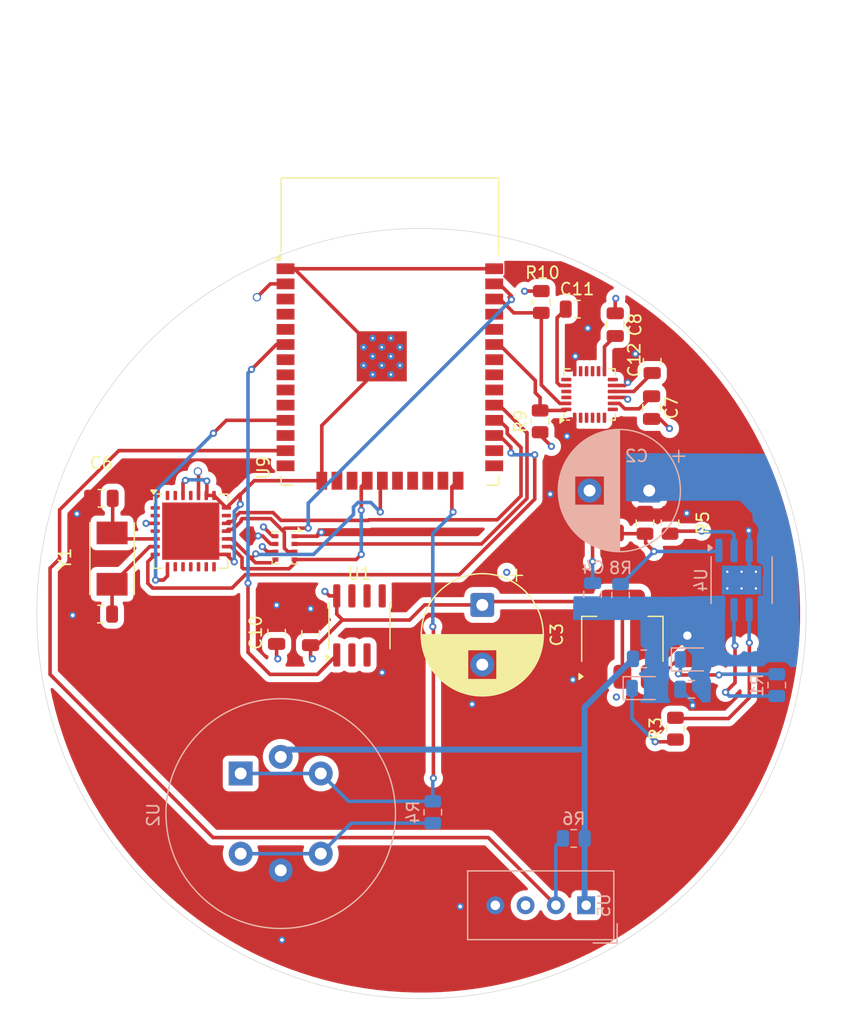
<source format=kicad_pcb>
(kicad_pcb (version 20241229) (generator "pcbnew") (generator_version "9.0")
  (layers (0 "F.Cu" signal) (4 "In1.Cu" signal) (6 "In2.Cu" signal) (2 "B.Cu" signal) (13 "F.Paste" user) (15 "B.Paste" user) (5 "F.SilkS" user "F.Silkscreen") (7 "B.SilkS" user "B.Silkscreen") (1 "F.Mask" user) (3 "B.Mask" user) (25 "Edge.Cuts" user))
  (net 0 "")
  (net 1 "GND")
  (net 2 "BAT+")
  (net 3 "+3.3V")
  (net 4 "Net-(BT1--)")
  (net 5 "Net-(U8-XTA)")
  (net 6 "Net-(U7-VLOGIC)")
  (net 7 "Net-(U7-VDD)")
  (net 8 "Net-(U8-XTB)")
  (net 9 "Net-(U7-CPOUT)")
  (net 10 "Net-(U7-REGOUT)")
  (net 11 "Net-(D1-K)")
  (net 12 "Net-(D2-K)")
  (net 13 "Net-(U4-~{CHRG})")
  (net 14 "+5V")
  (net 15 "Net-(U4-~{STDBY})")
  (net 16 "MQ6_OUT")
  (net 17 "Net-(U2-A1)")
  (net 18 "Net-(U4-PROG)")
  (net 19 "DHT_OUT")
  (net 20 "Net-(U4-TEMP)")
  (net 21 "SDA")
  (net 22 "SCL")
  (net 24 "LM35")
  (net 30 "CSB")
  (net 31 "SDI")
  (net 32 "SCK")
  (net 33 "SDO")
  (net 48 "Net-(U8-GND-Pad15)")
  (net 55 "Net-(U8-NSS)")
  (net 57 "Net-(U8-~{RESET})")
  (net 63 "Net-(U8-DIO0)")
  (net 70 "unconnected-(U9-TXD0{slash}IO1-Pad35)")
  (net 72 "unconnected-(U9-IO27-Pad12)")
  (net 83 "unconnected-(U9-IO12-Pad14)")
  (footprint "RF_Module:ESP32-WROOM-32" (layer "F.Cu") (at 146.15 61.215)
    (property "Reference" "U9")
    (property "Value" "ESP32-WROOM-32")
  )
  (footprint "Capacitor_SMD:C_0805_2012Metric" (layer "F.Cu") (at 121.9 81.9 180)
    (property "Reference" "C9" (hide yes))
    (property "Value" "10u")
  )
  (footprint "Capacitor_SMD:C_0805_2012Metric" (layer "F.Cu") (at 136.65 83.45 90)
    (property "Reference" "C10")
    (property "Value" "100nF")
  )
  (footprint "Sensor_Motion:InvenSense_QFN-24_4x4mm_P0.5mm" (layer "F.Cu") (at 162.9 63.5 90)
    (property "Reference" "U7" (hide yes))
    (property "Value" "MPU-6050")
  )
  (footprint "Capacitor_SMD:C_0805_2012Metric" (layer "F.Cu") (at 168.15 60.75 90)
    (property "Reference" "C12")
    (property "Value" ".1uF")
  )
  (footprint "Capacitor_SMD:C_0805_2012Metric" (layer "F.Cu") (at 165.05 57.65 -90)
    (property "Reference" "C8")
    (property "Value" ".1uF")
  )
  (footprint "Resistor_SMD:R_0805_2012Metric" (layer "F.Cu") (at 170.1 91.5 90)
    (property "Reference" "R3")
    (property "Value" "1k")
  )
  (footprint "Capacitor_THT:CP_Radial_D10.0mm_P5.00mm" (layer "F.Cu") (at 153.9 81.132323 -90)
    (property "Reference" "C3")
    (property "Value" "22u")
  )
  (footprint "Resistor_SMD:R_0805_2012Metric" (layer "F.Cu") (at 169.65 74.25 90)
    (property "Reference" "R5")
    (property "Value" "2k")
  )
  (footprint "Resistor_SMD:R_0805_2012Metric" (layer "F.Cu") (at 167.55 74.25 90)
    (property "Reference" "R7" (hide yes))
    (property "Value" "2k")
  )
  (footprint "Package_DFN_QFN:QFN-28-1EP_6x6mm_P0.65mm_EP4.8x4.8mm" (layer "F.Cu") (at 129.45 74.95)
    (property "Reference" "U8" (hide yes))
    (property "Value" "SX1278")
  )
  (footprint "Capacitor_SMD:C_0805_2012Metric" (layer "F.Cu") (at 121.95 72.2 180)
    (property "Reference" "C6")
    (property "Value" "10u")
  )
  (footprint "Capacitor_SMD:C_0805_2012Metric" (layer "F.Cu") (at 168.1 64.6 -90)
    (property "Reference" "C7")
    (property "Value" "10nF")
  )
  (footprint "Resistor_SMD:R_0805_2012Metric" (layer "F.Cu") (at 164.35 75.1)
    (property "Reference" "TH1" (hide yes))
    (property "Value" "1k")
  )
  (footprint "Capacitor_SMD:C_0805_2012Metric" (layer "F.Cu") (at 161.85 56.35)
    (property "Reference" "C11")
    (property "Value" "2.2nF")
  )
  (footprint "Resistor_SMD:R_0805_2012Metric" (layer "F.Cu") (at 158.85 55.75 -90)
    (property "Reference" "R10")
    (property "Value" "4.7K")
  )
  (footprint "Package_LGA:Bosch_LGA-8_2x2.5mm_P0.65mm_ClockwisePinNumbering" (layer "F.Cu") (at 137.35 76.35 -90)
    (property "Reference" "U6" (hide yes))
    (property "Value" "BMP280" (hide yes))
  )
  (footprint "Crystal:Crystal_SMD_Abracon_ABM7-2Pin_6.0x3.5mm" (layer "F.Cu") (at 122.85 77.25 -90)
    (property "Reference" "Y1")
    (property "Value" "Crystal")
  )
  (footprint "Resistor_SMD:R_0805_2012Metric" (layer "F.Cu") (at 158.75 65.75 90)
    (property "Reference" "R9")
    (property "Value" "4.7K")
  )
  (footprint "Capacitor_SMD:C_0805_2012Metric" (layer "F.Cu") (at 139.5 83.55 -90)
    (property "Reference" "C5" (hide yes))
    (property "Value" "100nF")
  )
  (footprint "Package_TO_SOT_SMD:SOT-223-3_TabPin2" (layer "F.Cu") (at 165.65 84 90)
    (property "Reference" "U3" (hide yes))
    (property "Value" "AMS1117" (hide yes))
  )
  (footprint "Package_SO:SOIC-8_3.9x4.9mm_P1.27mm" (layer "F.Cu") (at 143.6 82.85 90)
    (property "Reference" "U1")
    (property "Value" "LM35-D")
  )
  (footprint "LED_SMD:LED_0805_2012Metric" (layer "B.Cu") (at 167.4 88.1)
    (property "Reference" "D2" (hide yes))
    (property "Value" "LED")
  )
  (footprint "Sensor:MQ-6" (layer "B.Cu") (at 133.635 95.255 -90)
    (property "Reference" "U2")
    (property "Value" "MQ-6")
  )
  (footprint "Resistor_SMD:R_0805_2012Metric" (layer "B.Cu") (at 167.45 85.65)
    (property "Reference" "R2" (hide yes))
    (property "Value" ".5")
  )
  (footprint "Sensor:Aosong_DHT11_5.5x12.0_P2.54mm" (layer "B.Cu") (at 162.6125 106.2975 90)
    (property "Reference" "U5")
    (property "Value" "DHT11")
  )
  (footprint "LED_SMD:LED_0805_2012Metric" (layer "B.Cu") (at 171.45 85.7)
    (property "Reference" "D1" (hide yes))
    (property "Value" "LED" (hide yes))
  )
  (footprint "Resistor_SMD:R_0805_2012Metric" (layer "B.Cu") (at 165.5 80.3 90)
    (property "Reference" "R8")
    (property "Value" "2k")
  )
  (footprint "Capacitor_THT:CP_Radial_D10.0mm_P5.00mm" (layer "B.Cu") (at 167.9 71.55 180)
    (property "Reference" "C2")
    (property "Value" "10u" (hide yes))
  )
  (footprint "Capacitor_SMD:C_0805_2012Metric" (layer "B.Cu") (at 171.45 88.2 180)
    (property "Reference" "C1" (hide yes))
    (property "Value" "10u")
  )
  (footprint "Package_SO:SOIC-8-1EP_3.9x4.9mm_P1.27mm_EP2.41x3.3mm_ThermalVias" (layer "B.Cu") (at 175.65 79.05 -90)
    (property "Reference" "U4")
    (property "Value" "TP4056-42-ESOP8")
  )
  (footprint "Resistor_SMD:R_0805_2012Metric" (layer "B.Cu") (at 161.5725 100.6975 180)
    (property "Reference" "R6")
    (property "Value" "10k")
  )
  (footprint "Resistor_SMD:R_0805_2012Metric" (layer "B.Cu") (at 149.75 98.5 -90)
    (property "Reference" "R4")
    (property "Value" "10k")
  )
  (footprint "Resistor_SMD:R_0805_2012Metric" (layer "B.Cu") (at 178.6 87.85 -90)
    (property "Reference" "R1")
    (property "Value" "1k")
  )
  (footprint "Capacitor_SMD:C_0805_2012Metric" (layer "B.Cu") (at 163.15 80.25 90)
    (property "Reference" "C4")
    (property "Value" "10u")
  )
  (gr_circle (center 148.8 81.85) (end 122.8 62.75) (stroke (width 0.05)) (fill no) (layer "Edge.Cuts"))
  (via (at 165.15 88.85) (size 0.6) (drill 0.3) (layers "F.Cu" "B.Cu") (net 0))
  (via (at 155.95 78.4) (size 0.6) (drill 0.3) (layers "F.Cu" "B.Cu") (net 0))
  (segment (start 161.65 61.55) (end 161.65 60.35) (width 0.3) (layer "F.Cu") (net 1))
  (segment (start 139.5 82.6) (end 139.5 81.45) (width 0.3) (layer "F.Cu") (net 1))
  (segment (start 162.8 56.35) (end 162.8 57.9) (width 0.3) (layer "F.Cu") (net 1))
  (segment (start 161.65 60.35) (end 161.7 60.3) (width 0.3) (layer "F.Cu") (net 1))
  (segment (start 120.95 81.9) (end 119.65 81.9) (width 0.3) (layer "F.Cu") (net 1))
  (segment (start 163.35 87.15) (end 161.75 87.15) (width 0.3) (layer "F.Cu") (net 1))
  (segment (start 165.95 63.75) (end 166.1 63.9) (width 0.3) (layer "F.Cu") (net 1))
  (segment (start 162.8 57.9) (end 162.75 57.95) (width 0.3) (layer "F.Cu") (net 1))
  (segment (start 165.85 62.75) (end 166.1 62.5) (width 0.3) (layer "F.Cu") (net 1))
  (segment (start 162.9 71.55) (end 159.9 71.55) (width 0.3) (layer "F.Cu") (net 1))
  (segment (start 119.65 81.9) (end 119.55 82) (width 0.3) (layer "F.Cu") (net 1))
  (segment (start 161.65 66.35) (end 161 67) (width 0.3) (layer "F.Cu") (net 1))
  (segment (start 168.15 59.8) (end 167.05 59.8) (width 0.3) (layer "F.Cu") (net 1))
  (segment (start 152.1525 106.2975) (end 152.05 106.4) (width 0.3) (layer "F.Cu") (net 1))
  (segment (start 154.9925 106.2975) (end 152.1525 106.2975) (width 0.3) (layer "F.Cu") (net 1))
  (segment (start 121 72.4) (end 119.9 73.5) (width 0.3) (layer "F.Cu") (net 1))
  (segment (start 169.7625 73.45) (end 169.65 73.3375) (width 0.3) (layer "F.Cu") (net 1))
  (segment (start 164.85 62.75) (end 165.85 62.75) (width 0.3) (layer "F.Cu") (net 1))
  (segment (start 145.505 85.325) (end 145.505 86.795) (width 0.3) (layer "F.Cu") (net 1))
  (segment (start 161.75 87.15) (end 161.5 87.4) (width 0.3) (layer "F.Cu") (net 1))
  (segment (start 121 72.2) (end 121 72.4) (width 0.3) (layer "F.Cu") (net 1))
  (segment (start 159.9 71.55) (end 159.6 71.85) (width 0.3) (layer "F.Cu") (net 1))
  (segment (start 161.65 65.45) (end 161.65 66.35) (width 0.3) (layer "F.Cu") (net 1))
  (segment (start 140.075 75.375) (end 140.4 75.05) (width 0.3) (layer "F.Cu") (net 1))
  (segment (start 172.45 79.2) (end 173.9 79.2) (width 0.3) (layer "F.Cu") (net 1))
  (segment (start 136.65 82.5) (end 136.65 81.15) (width 0.3) (layer "F.Cu") (net 1))
  (segment (start 135.470654 75.35) (end 135.1 75.35) (width 0.3) (layer "F.Cu") (net 1))
  (segment (start 171.05 73.45) (end 169.7625 73.45) (width 0.3) (layer "F.Cu") (net 1))
  (segment (start 167.55 73.3375) (end 169.65 73.3375) (width 0.3) (layer "F.Cu") (net 1))
  (segment (start 167.05 59.8) (end 166.75 60.1) (width 0.3) (layer "F.Cu") (net 1))
  (segment (start 136.995 109.095) (end 136.995 103.365) (width 0.3) (layer "F.Cu") (net 1))
  (segment (start 164.85 63.75) (end 165.95 63.75) (width 0.3) (layer "F.Cu") (net 1))
  (segment (start 136.55 76.025) (end 136.145654 76.025) (width 0.3) (layer "F.Cu") (net 1))
  (segment (start 145.505 86.795) (end 145.5 86.8) (width 0.3) (layer "F.Cu") (net 1))
  (segment (start 173.9 79.2) (end 174.45 79.75) (width 0.3) (layer "F.Cu") (net 1))
  (segment (start 138.15 75.375) (end 140.075 75.375) (width 0.3) (layer "F.Cu") (net 1))
  (segment (start 137.1 109.2) (end 136.995 109.095) (width 0.3) (layer "F.Cu") (net 1))
  (segment (start 136.145654 76.025) (end 135.470654 75.35) (width 0.3) (layer "F.Cu") (net 1))
  (via (at 153.05 89.45) (size 0.6) (drill 0.3) (layers "F.Cu" "B.Cu") (net 1))
  (via (at 137.1 109.2) (size 0.6) (drill 0.3) (layers "F.Cu" "B.Cu") (net 1))
  (via (at 161.7 60.3) (size 0.6) (drill 0.3) (layers "F.Cu" "B.Cu") (net 1))
  (via (at 139.5 81.45) (size 0.6) (drill 0.3) (layers "F.Cu" "B.Cu") (net 1))
  (via (at 161.5 87.4) (size 0.6) (drill 0.3) (layers "F.Cu" "B.Cu") (net 1))
  (via (at 135.1 75.35) (size 0.6) (drill 0.3) (layers "F.Cu" "B.Cu") (net 1))
  (via (at 166.75 60.1) (size 0.6) (drill 0.3) (layers "F.Cu" "B.Cu") (net 1))
  (via (at 119.55 82) (size 0.6) (drill 0.3) (layers "F.Cu" "B.Cu") (net 1))
  (via (at 171.55 89.55) (size 0.6) (drill 0.3) (layers "F.Cu" "B.Cu") (net 1))
  (via (at 152.05 106.4) (size 0.6) (drill 0.3) (layers "F.Cu" "B.Cu") (net 1))
  (via (at 166.1 62.5) (size 0.6) (drill 0.3) (layers "F.Cu" "B.Cu") (net 1))
  (via (at 145.5 86.8) (size 0.6) (drill 0.3) (layers "F.Cu" "B.Cu") (net 1))
  (via (at 166.1 63.9) (size 0.6) (drill 0.3) (layers "F.Cu" "B.Cu") (net 1))
  (via (at 171.05 73.45) (size 0.6) (drill 0.3) (layers "F.Cu" "B.Cu") (net 1))
  (via (at 136.65 81.15) (size 0.6) (drill 0.3) (layers "F.Cu" "B.Cu") (net 1))
  (via (at 162.75 57.95) (size 0.6) (drill 0.3) (layers "F.Cu" "B.Cu") (net 1))
  (via (at 176.25 74.9) (size 0.6) (drill 0.3) (layers "F.Cu" "B.Cu") (net 1))
  (via (at 119.9 73.5) (size 0.6) (drill 0.3) (layers "F.Cu" "B.Cu") (net 1))
  (via (at 159.6 71.85) (size 0.6) (drill 0.3) (layers "F.Cu" "B.Cu") (net 1))
  (via (at 161 67) (size 0.6) (drill 0.3) (layers "F.Cu" "B.Cu") (net 1))
  (via (at 140.4 75.05) (size 0.6) (drill 0.3) (layers "F.Cu" "B.Cu") (net 1))
  (segment (start 176.285 76.575) (end 176.285 74.935) (width 0.3) (layer "B.Cu") (net 1))
  (segment (start 176.285 77.785) (end 176.85 78.35) (width 0.3) (layer "B.Cu") (net 1))
  (segment (start 170.5 88.2) (end 171.55 89.25) (width 0.3) (layer "B.Cu") (net 1))
  (segment (start 171.55 89.25) (end 171.55 89.55) (width 0.3) (layer "B.Cu") (net 1))
  (segment (start 176.285 74.935) (end 176.25 74.9) (width 0.3) (layer "B.Cu") (net 1))
  (segment (start 176.285 76.575) (end 176.285 77.785) (width 0.3) (layer "B.Cu") (net 1))
  (segment (start 167.95 86.599932) (end 167.95 87.15) (width 0.75) (layer "F.Cu") (net 2))
  (segment (start 170.849932 83.7) (end 167.95 86.599932) (width 0.75) (layer "F.Cu") (net 2))
  (segment (start 171.1 83.7) (end 170.849932 83.7) (width 0.75) (layer "F.Cu") (net 2))
  (via (at 171.1 83.7) (size 1) (drill 0.7) (layers "F.Cu" "B.Cu") (net 2))
  (segment (start 172.4 88.2) (end 172.4 85.7125) (width 0.75) (layer "B.Cu") (net 2))
  (segment (start 163.15 81.2) (end 165.4875 81.2) (width 0.75) (layer "B.Cu") (net 2))
  (segment (start 176.65 71.55) (end 177.555 72.455) (width 0.75) (layer "B.Cu") (net 2))
  (segment (start 167.8625 81.2125) (end 165.5 81.2125) (width 0.75) (layer "B.Cu") (net 2))
  (segment (start 167.9 71.55) (end 176.65 71.55) (width 0.75) (layer "B.Cu") (net 2))
  (segment (start 168.3625 83.7) (end 168.3625 81.7125) (width 0.75) (layer "B.Cu") (net 2))
  (segment (start 177.555 81.525) (end 177.555 85.445) (width 0.75) (layer "B.Cu") (net 2))
  (segment (start 173.4325 81.2125) (end 167.8625 81.2125) (width 0.75) (layer "B.Cu") (net 2))
  (segment (start 177.555 72.455) (end 177.555 76.575) (width 0.75) (layer "B.Cu") (net 2))
  (segment (start 165.4875 81.2) (end 165.5 81.2125) (width 0.75) (layer "B.Cu") (net 2))
  (segment (start 168.3625 82.7575) (end 168.395 82.725) (width 0.75) (layer "B.Cu") (net 2))
  (segment (start 172.4 85.7125) (end 172.3875 85.7) (width 0.75) (layer "B.Cu") (net 2))
  (segment (start 177.555 85.445) (end 177.3 85.7) (width 0.75) (layer "B.Cu") (net 2))
  (segment (start 177.3 85.7) (end 172.3875 85.7) (width 0.75) (layer "B.Cu") (net 2))
  (segment (start 168.3375 85.675) (end 168.3625 85.65) (width 0.75) (layer "B.Cu") (net 2))
  (segment (start 171.1 84.4125) (end 172.3875 85.7) (width 0.75) (layer "B.Cu") (net 2))
  (segment (start 168.3375 88.1) (end 168.3375 85.675) (width 0.75) (layer "B.Cu") (net 2))
  (segment (start 171.1 83.7) (end 171.1 84.4125) (width 0.75) (layer "B.Cu") (net 2))
  (segment (start 173.745 81.525) (end 173.4325 81.2125) (width 0.75) (layer "B.Cu") (net 2))
  (segment (start 177.555 81.525) (end 177.854999 81.225001) (width 0.75) (layer "B.Cu") (net 2))
  (segment (start 168.3625 85.65) (end 168.3625 83.7) (width 0.75) (layer "B.Cu") (net 2))
  (segment (start 171.1 83.7) (end 168.3625 83.7) (width 0.75) (layer "B.Cu") (net 2))
  (segment (start 168.3625 81.7125) (end 167.8625 81.2125) (width 0.75) (layer "B.Cu") (net 2))
  (segment (start 177.854999 76.874999) (end 177.555 76.575) (width 0.75) (layer "B.Cu") (net 2))
  (segment (start 177.854999 81.225001) (end 177.854999 76.874999) (width 0.75) (layer "B.Cu") (net 2))
  (segment (start 154.182323 80.85) (end 153.9 81.132323) (width 0.3) (layer "F.Cu") (net 3))
  (segment (start 157.4625 54.8375) (end 157.45 54.85) (width 0.3) (layer "F.Cu") (net 3))
  (segment (start 136.55 76.675) (end 135.875 76.675) (width 0.3) (layer "F.Cu") (net 3))
  (segment (start 136.12 54.235) (end 137.4 54.235) (width 0.3) (layer "F.Cu") (net 3))
  (segment (start 136.65 85.55) (end 136.75 85.65) (width 0.3) (layer "F.Cu") (net 3))
  (segment (start 142.15 82.4) (end 142.15 82.35) (width 0.3) (layer "F.Cu") (net 3))
  (segment (start 153.9 81.132323) (end 149.067677 81.132323) (width 0.3) (layer "F.Cu") (net 3))
  (segment (start 165.05 56.7) (end 165.05 55.5) (width 0.3) (layer "F.Cu") (net 3))
  (segment (start 135.875 76.675) (end 135.45 76.25) (width 0.3) (layer "F.Cu") (net 3))
  (segment (start 130.1 71.9625) (end 130.1 70.001424) (width 0.3) (layer "F.Cu") (net 3))
  (segment (start 168.8 65.55) (end 169.6 66.35) (width 0.3) (layer "F.Cu") (net 3))
  (segment (start 165.65 80.85) (end 165.65 87.15) (width 0.3) (layer "F.Cu") (net 3))
  (segment (start 165.05 55.5) (end 165.1 55.45) (width 0.3) (layer "F.Cu") (net 3))
  (segment (start 149.067677 81.132323) (end 147.8 82.4) (width 0.3) (layer "F.Cu") (net 3))
  (segment (start 147.8 82.4) (end 142.15 82.4) (width 0.3) (layer "F.Cu") (net 3))
  (segment (start 142.15 82.35) (end 141.695 81.895) (width 0.3) (layer "F.Cu") (net 3))
  (segment (start 136.65 84.4) (end 136.65 85.55) (width 0.3) (layer "F.Cu") (net 3))
  (segment (start 158.75 66.9) (end 159.7 67.85) (width 0.3) (layer "F.Cu") (net 3))
  (segment (start 141.695 80.375) (end 141.075 80.375) (width 0.3) (layer "F.Cu") (net 3))
  (segment (start 158.85 54.8375) (end 157.4625 54.8375) (width 0.3) (layer "F.Cu") (net 3))
  (segment (start 158.75 66.6625) (end 158.75 66.9) (width 0.3) (layer "F.Cu") (net 3))
  (segment (start 168.1 65.55) (end 168.8 65.55) (width 0.3) (layer "F.Cu") (net 3))
  (segment (start 135 55.355) (end 136.12 54.235) (width 0.3) (layer "F.Cu") (net 3))
  (segment (start 139.5 84.5) (end 140.05 84.5) (width 0.3) (layer "F.Cu") (net 3))
  (segment (start 126.4625 74.3) (end 125.7 74.3) (width 0.3) (layer "F.Cu") (net 3))
  (segment (start 136.325 75.375) (end 135.55 74.6) (width 0.3) (layer "F.Cu") (net 3))
  (segment (start 136.55 75.375) (end 136.325 75.375) (width 0.3) (layer "F.Cu") (net 3))
  (segment (start 136.88 54.085) (end 137.61 54.085) (width 0.3) (layer "F.Cu") (net 3))
  (segment (start 139.5 85.5) (end 139.65 85.65) (width 0.3) (layer "F.Cu") (net 3))
  (segment (start 130.1 70.001424) (end 130.048576 69.95) (width 0.3) (layer "F.Cu") (net 3))
  (segment (start 165.65 80.85) (end 154.182323 80.85) (width 0.3) (layer "F.Cu") (net 3))
  (segment (start 139.4 84.4) (end 139.5 84.5) (width 0.3) (layer "F.Cu") (net 3))
  (segment (start 141.075 80.375) (end 140.7 80) (width 0.3) (layer "F.Cu") (net 3))
  (segment (start 139.5 84.5) (end 139.5 85.5) (width 0.3) (layer "F.Cu") (net 3))
  (segment (start 140.05 84.5) (end 142.15 82.4) (width 0.3) (layer "F.Cu") (net 3))
  (segment (start 141.695 81.895) (end 141.695 80.375) (width 0.3) (layer "F.Cu") (net 3))
  (via (at 139.65 85.65) (size 0.6) (drill 0.3) (layers "F.Cu" "B.Cu") (net 3))
  (via (at 169.6 66.35) (size 0.6) (drill 0.3) (layers "F.Cu" "B.Cu") (net 3))
  (via (at 159.7 67.85) (size 0.6) (drill 0.3) (layers "F.Cu" "B.Cu") (net 3))
  (via (at 140.7 80) (size 0.6) (drill 0.3) (layers "F.Cu" "B.Cu") (net 3))
  (via (at 135.55 74.6) (size 0.6) (drill 0.3) (layers "F.Cu" "B.Cu") (net 3))
  (via (at 130.048576 69.95) (size 0.7) (drill 0.5) (layers "F.Cu" "B.Cu") (net 3))
  (via (at 125.7 74.3) (size 0.6) (drill 0.3) (layers "F.Cu" "B.Cu") (net 3))
  (via (at 157.45 54.85) (size 0.6) (drill 0.3) (layers "F.Cu" "B.Cu") (net 3))
  (via (at 165.1 55.45) (size 0.6) (drill 0.3) (layers "F.Cu" "B.Cu") (net 3))
  (via (at 136.75 85.65) (size 0.6) (drill 0.3) (layers "F.Cu" "B.Cu") (net 3))
  (via (at 135 55.355) (size 0.7) (drill 0.5) (layers "F.Cu" "B.Cu") (net 3))
  (via (at 135.45 76.25) (size 0.6) (drill 0.3) (layers "F.Cu" "B.Cu") (net 3))
  (segment (start 163.15 77.5) (end 163.15 75.3875) (width 0.3) (layer "F.Cu") (net 4))
  (segment (start 163.15 75.3875) (end 163.4375 75.1) (width 0.3) (layer "F.Cu") (net 4))
  (via (at 163.15 77.5) (size 0.6) (drill 0.3) (layers "F.Cu" "B.Cu") (net 4))
  (segment (start 163.15 79.3) (end 163.15 77.5) (width 0.3) (layer "B.Cu") (net 4))
  (segment (start 123.35 75.6) (end 126.4625 75.6) (width 0.3) (layer "F.Cu") (net 5))
  (segment (start 122.9 72.2) (end 122.9 75.05) (width 0.3) (layer "F.Cu") (net 5))
  (segment (start 122.85 75.1) (end 123.35 75.6) (width 0.3) (layer "F.Cu") (net 5))
  (segment (start 122.9 75.05) (end 122.85 75.1) (width 0.3) (layer "F.Cu") (net 5))
  (segment (start 164.85 64.25) (end 165.4 64.25) (width 0.3) (layer "F.Cu") (net 6))
  (segment (start 167.05 64.7) (end 168.1 63.65) (width 0.3) (layer "F.Cu") (net 6))
  (segment (start 165.85 64.7) (end 167.05 64.7) (width 0.3) (layer "F.Cu") (net 6))
  (segment (start 165.4 64.25) (end 165.85 64.7) (width 0.3) (layer "F.Cu") (net 6))
  (segment (start 165.05 58.6) (end 164.15 59.5) (width 0.3) (layer "F.Cu") (net 7))
  (segment (start 164.15 59.5) (end 164.15 61.55) (width 0.3) (layer "F.Cu") (net 7))
  (segment (start 126 76.25) (end 126.4625 76.25) (width 0.3) (layer "F.Cu") (net 8))
  (segment (start 122.85 79.4) (end 126 76.25) (width 0.3) (layer "F.Cu") (net 8))
  (segment (start 122.85 81.9) (end 122.85 79.4) (width 0.3) (layer "F.Cu") (net 8))
  (segment (start 160.174 57.076) (end 160.174 62.503534) (width 0.3) (layer "F.Cu") (net 9))
  (segment (start 160.9 56.35) (end 160.174 57.076) (width 0.3) (layer "F.Cu") (net 9))
  (segment (start 160.420466 62.75) (end 160.95 62.75) (width 0.3) (layer "F.Cu") (net 9))
  (segment (start 160.174 62.503534) (end 160.420466 62.75) (width 0.3) (layer "F.Cu") (net 9))
  (segment (start 166.6 63.25) (end 168.15 61.7) (width 0.3) (layer "F.Cu") (net 10))
  (segment (start 164.85 63.25) (end 166.6 63.25) (width 0.3) (layer "F.Cu") (net 10))
  (segment (start 170.45 87) (end 170.35 86.9) (width 0.3) (layer "F.Cu") (net 11))
  (segment (start 173.75 87) (end 170.45 87) (width 0.3) (layer "F.Cu") (net 11))
  (via (at 173.75 87) (size 0.6) (drill 0.3) (layers "F.Cu" "B.Cu") (net 11))
  (via (at 170.35 86.9) (size 0.6) (drill 0.3) (layers "F.Cu" "B.Cu") (net 11))
  (segment (start 170.5125 85.7) (end 170.5125 86.7375) (width 0.3) (layer "B.Cu") (net 11))
  (segment (start 170.5125 86.7375) (end 170.35 86.9) (width 0.3) (layer "B.Cu") (net 11))
  (segment (start 173.8125 86.9375) (end 173.75 87) (width 0.3) (layer "B.Cu") (net 11))
  (segment (start 178.6 86.9375) (end 173.8125 86.9375) (width 0.3) (layer "B.Cu") (net 11))
  (segment (start 168.4 92.6) (end 169.9125 92.6) (width 0.3) (layer "F.Cu") (net 12))
  (segment (start 169.9125 92.6) (end 170.1 92.4125) (width 0.3) (layer "F.Cu") (net 12))
  (via (at 168.4 92.6) (size 0.6) (drill 0.3) (layers "F.Cu" "B.Cu") (net 12))
  (segment (start 166.4625 88.1) (end 166.4625 90.6625) (width 0.3) (layer "B.Cu") (net 12))
  (segment (start 166.4625 90.6625) (end 168.4 92.6) (width 0.3) (layer "B.Cu") (net 12))
  (segment (start 174.3 88.45) (end 175.1 87.65) (width 0.3) (layer "F.Cu") (net 13))
  (segment (start 175.1 87.65) (end 175.1 84.55) (width 0.3) (layer "F.Cu") (net 13))
  (via (at 174.3 88.45) (size 0.6) (drill 0.3) (layers "F.Cu" "B.Cu") (net 13))
  (via (at 175.1 84.55) (size 0.6) (drill 0.3) (layers "F.Cu" "B.Cu") (net 13))
  (segment (start 178.6 88.7625) (end 174.6125 88.7625) (width 0.3) (layer "B.Cu") (net 13))
  (segment (start 175.015 84.465) (end 175.1 84.55) (width 0.3) (layer "B.Cu") (net 13))
  (segment (start 174.6125 88.7625) (end 174.3 88.45) (width 0.3) (layer "B.Cu") (net 13))
  (segment (start 175.015 81.525) (end 175.015 84.465) (width 0.3) (layer "B.Cu") (net 13))
  (segment (start 162.485 93.25) (end 162.485 100.6975) (width 0.5) (layer "B.Cu") (net 14))
  (segment (start 137.61 93.25) (end 162.485 93.25) (width 0.5) (layer "B.Cu") (net 14))
  (segment (start 162.485 100.6975) (end 162.485 106.17) (width 0.5) (layer "B.Cu") (net 14))
  (segment (start 136.995 93.865) (end 137.61 93.25) (width 0.5) (layer "B.Cu") (net 14))
  (segment (start 162.485 89.7025) (end 162.485 93.25) (width 0.5) (layer "B.Cu") (net 14))
  (segment (start 162.485 106.17) (end 162.6125 106.2975) (width 0.5) (layer "B.Cu") (net 14))
  (segment (start 166.5375 85.65) (end 162.485 89.7025) (width 0.5) (layer "B.Cu") (net 14))
  (segment (start 170.1625 90.65) (end 174.55 90.65) (width 0.3) (layer "F.Cu") (net 15))
  (segment (start 170.1 90.5875) (end 170.1625 90.65) (width 0.3) (layer "F.Cu") (net 15))
  (segment (start 174.55 90.65) (end 176.3 88.9) (width 0.3) (layer "F.Cu") (net 15))
  (segment (start 176.3 88.9) (end 176.3 84.3) (width 0.3) (layer "F.Cu") (net 15))
  (via (at 176.3 84.3) (size 0.6) (drill 0.3) (layers "F.Cu" "B.Cu") (net 15))
  (segment (start 176.285 84.285) (end 176.3 84.3) (width 0.3) (layer "B.Cu") (net 15))
  (segment (start 176.285 81.525) (end 176.285 84.285) (width 0.3) (layer "B.Cu") (net 15))
  (segment (start 151.45 73.35) (end 151.35 73.25) (width 0.3) (layer "F.Cu") (net 16))
  (segment (start 151.35 71.245) (end 151.87 70.725) (width 0.3) (layer "F.Cu") (net 16))
  (segment (start 149.8 95.65) (end 149.8 83) (width 0.3) (layer "F.Cu") (net 16))
  (segment (start 151.35 73.25) (end 151.35 71.245) (width 0.3) (layer "F.Cu") (net 16))
  (segment (start 149.8 83) (end 149.75 82.95) (width 0.3) (layer "F.Cu") (net 16))
  (via (at 149.75 82.95) (size 0.6) (drill 0.3) (layers "F.Cu" "B.Cu") (net 16))
  (via (at 151.45 73.35) (size 0.6) (drill 0.3) (layers "F.Cu" "B.Cu") (net 16))
  (via (at 149.8 95.65) (size 0.6) (drill 0.3) (layers "F.Cu" "B.Cu") (net 16))
  (segment (start 149.75 95.7) (end 149.8 95.65) (width 0.3) (layer "B.Cu") (net 16))
  (segment (start 149.75 97.5875) (end 149.75 95.7) (width 0.3) (layer "B.Cu") (net 16))
  (segment (start 140.355 95.255) (end 142.6875 97.5875) (width 0.3) (layer "B.Cu") (net 16))
  (segment (start 149.75 75.15) (end 151.45 73.45) (width 0.3) (layer "B.Cu") (net 16))
  (segment (start 133.635 95.255) (end 140.355 95.255) (width 0.3) (layer "B.Cu") (net 16))
  (segment (start 151.45 73.45) (end 151.45 73.35) (width 0.3) (layer "B.Cu") (net 16))
  (segment (start 142.6875 97.5875) (end 149.75 97.5875) (width 0.3) (layer "B.Cu") (net 16))
  (segment (start 149.75 82.95) (end 149.75 75.15) (width 0.3) (layer "B.Cu") (net 16))
  (segment (start 142.9175 99.4125) (end 140.355 101.975) (width 0.3) (layer "B.Cu") (net 17))
  (segment (start 140.355 101.975) (end 133.635 101.975) (width 0.3) (layer "B.Cu") (net 17))
  (segment (start 149.75 99.4125) (end 142.9175 99.4125) (width 0.3) (layer "B.Cu") (net 17))
  (segment (start 172.3 74.95) (end 169.8625 74.95) (width 0.3) (layer "F.Cu") (net 18))
  (segment (start 169.8625 74.95) (end 169.65 75.1625) (width 0.3) (layer "F.Cu") (net 18))
  (via (at 172.3 74.95) (size 0.6) (drill 0.3) (layers "F.Cu" "B.Cu") (net 18))
  (segment (start 174.75 75) (end 172.35 75) (width 0.3) (layer "B.Cu") (net 18))
  (segment (start 175.015 75.265) (end 174.75 75) (width 0.3) (layer "B.Cu") (net 18))
  (segment (start 175.015 76.575) (end 175.015 75.265) (width 0.3) (layer "B.Cu") (net 18))
  (segment (start 172.35 75) (end 172.3 74.95) (width 0.3) (layer "B.Cu") (net 18))
  (segment (start 123.41313 68.205) (end 118.45 73.16813) (width 0.3) (layer "F.Cu") (net 19))
  (segment (start 131.324 100.624) (end 154.399 100.624) (width 0.3) (layer "F.Cu") (net 19))
  (segment (start 117.65 86.95) (end 131.324 100.624) (width 0.3) (layer "F.Cu") (net 19))
  (segment (start 118.45 73.16813) (end 118.45 77.25) (width 0.3) (layer "F.Cu") (net 19))
  (segment (start 154.399 100.624) (end 160.0725 106.2975) (width 0.3) (layer "F.Cu") (net 19))
  (segment (start 137.4 68.205) (end 123.41313 68.205) (width 0.3) (layer "F.Cu") (net 19))
  (segment (start 117.65 78.05) (end 117.65 86.95) (width 0.3) (layer "F.Cu") (net 19))
  (segment (start 118.45 77.25) (end 117.65 78.05) (width 0.3) (layer "F.Cu") (net 19))
  (segment (start 160.0725 101.285) (end 160.66 100.6975) (width 0.3) (layer "B.Cu") (net 19))
  (segment (start 160.0725 106.2975) (end 160.0725 101.285) (width 0.3) (layer "B.Cu") (net 19))
  (segment (start 167.3 75.4125) (end 167.55 75.1625) (width 0.3) (layer "F.Cu") (net 20))
  (segment (start 168.3 76.65) (end 167.6 75.95) (width 0.3) (layer "F.Cu") (net 20))
  (segment (start 167.6 75.2125) (end 167.55 75.1625) (width 0.3) (layer "F.Cu") (net 20))
  (segment (start 165.325 75.1625) (end 165.2625 75.1) (width 0.3) (layer "F.Cu") (net 20))
  (segment (start 167.6 75.95) (end 167.6 75.2125) (width 0.3) (layer "F.Cu") (net 20))
  (segment (start 167.55 75.1625) (end 165.325 75.1625) (width 0.3) (layer "F.Cu") (net 20))
  (via (at 168.3 76.65) (size 0.6) (drill 0.3) (layers "F.Cu" "B.Cu") (net 20))
  (segment (start 165.5625 79.3875) (end 168.3 76.65) (width 0.3) (layer "B.Cu") (net 20))
  (segment (start 168.3 76.65) (end 173.67 76.65) (width 0.3) (layer "B.Cu") (net 20))
  (segment (start 165.5 79.3875) (end 165.5625 79.3875) (width 0.3) (layer "B.Cu") (net 20))
  (segment (start 173.67 76.65) (end 173.745 76.575) (width 0.3) (layer "B.Cu") (net 20))
  (segment (start 158.349 62.332) (end 158.349 63.354) (width 0.3) (layer "F.Cu") (net 21))
  (segment (start 155.332 59.315) (end 158.349 62.332) (width 0.3) (layer "F.Cu") (net 21))
  (segment (start 154.9 59.315) (end 155.332 59.315) (width 0.3) (layer "F.Cu") (net 21))
  (segment (start 158.75 64.8375) (end 160.8625 64.8375) (width 0.3) (layer "F.Cu") (net 21))
  (segment (start 158.349 63.354) (end 158.75 63.755) (width 0.3) (layer "F.Cu") (net 21))
  (segment (start 158.75 63.755) (end 158.75 64.8375) (width 0.3) (layer "F.Cu") (net 21))
  (segment (start 160.8625 64.8375) (end 160.95 64.75) (width 0.3) (layer "F.Cu") (net 21))
  (segment (start 156.541846 56.6625) (end 158.85 56.6625) (width 0.3) (layer "F.Cu") (net 22))
  (segment (start 158.85 62.7) (end 158.85 56.6625) (width 0.3) (layer "F.Cu") (net 22))
  (segment (start 154.9 55.505) (end 155.384346 55.505) (width 0.3) (layer "F.Cu") (net 22))
  (segment (start 160.95 64.25) (end 160.4 64.25) (width 0.3) (layer "F.Cu") (net 22))
  (segment (start 160.4 64.25) (end 158.85 62.7) (width 0.3) (layer "F.Cu") (net 22))
  (segment (start 155.384346 55.505) (end 156.541846 56.6625) (width 0.3) (layer "F.Cu") (net 22))
  (segment (start 136.1 86.95) (end 134.25 85.1) (width 0.3) (layer "F.Cu") (net 24))
  (segment (start 134.55 61.4) (end 136.635 59.315) (width 0.3) (layer "F.Cu") (net 24))
  (segment (start 141.695 85.325) (end 140.07 86.95) (width 0.3) (layer "F.Cu") (net 24))
  (segment (start 136.635 59.315) (end 137.4 59.315) (width 0.3) (layer "F.Cu") (net 24))
  (segment (start 140.07 86.95) (end 136.1 86.95) (width 0.3) (layer "F.Cu") (net 24))
  (segment (start 134.25 85.1) (end 134.25 79.3) (width 0.3) (layer "F.Cu") (net 24))
  (via (at 134.25 79.3) (size 0.6) (drill 0.3) (layers "F.Cu" "B.Cu") (net 24))
  (via (at 134.55 61.4) (size 0.6) (drill 0.3) (layers "F.Cu" "B.Cu") (net 24))
  (segment (start 134.25 79.3) (end 134.25 61.7) (width 0.3) (layer "B.Cu") (net 24))
  (segment (start 134.25 61.7) (end 134.55 61.4) (width 0.3) (layer "B.Cu") (net 24))
  (segment (start 157.65 72.20852) (end 157.65 66.713) (width 0.3) (layer "F.Cu") (net 30))
  (segment (start 157.65 66.713) (end 155.332 64.395) (width 0.3) (layer "F.Cu") (net 30))
  (segment (start 138.15 76.025) (end 153.83352 76.025) (width 0.3) (layer "F.Cu") (net 30))
  (segment (start 155.332 64.395) (end 154.9 64.395) (width 0.3) (layer "F.Cu") (net 30))
  (segment (start 153.83352 76.025) (end 157.65 72.20852) (width 0.3) (layer "F.Cu") (net 30))
  (segment (start 156.155 55.355) (end 156.35 55.55) (width 0.3) (layer "F.Cu") (net 31))
  (segment (start 156.35 55.55) (end 156.35 55.253) (width 0.3) (layer "F.Cu") (net 31))
  (segment (start 156.35 55.253) (end 155.332 54.235) (width 0.3) (layer "F.Cu") (net 31))
  (segment (start 133.136054 74.652) (end 133.077534 74.652) (width 0.3) (layer "F.Cu") (net 31))
  (segment (start 132.928534 74.801) (end 132.5865 74.801) (width 0.3) (layer "F.Cu") (net 31))
  (segment (start 132.5865 74.801) (end 132.4375 74.95) (width 0.3) (layer "F.Cu") (net 31))
  (segment (start 139.3 74.7) (end 137.35 74.7) (width 0.3) (layer "F.Cu") (net 31))
  (segment (start 137.3 76.375) (end 137.3 75.05) (width 0.3) (layer "F.Cu") (net 31))
  (segment (start 137.6 76.675) (end 137.3 76.375) (width 0.3) (layer "F.Cu") (net 31))
  (segment (start 138.15 76.675) (end 137.6 76.675) (width 0.3) (layer "F.Cu") (net 31))
  (segment (start 155.332 54.235) (end 154.9 54.235) (width 0.3) (layer "F.Cu") (net 31))
  (segment (start 133.677 74.111055) (end 133.136054 74.652) (width 0.3) (layer "F.Cu") (net 31))
  (segment (start 136.15 73.9) (end 133.75852 73.9) (width 0.3) (layer "F.Cu") (net 31))
  (segment (start 133.75852 73.9) (end 133.677 73.98152) (width 0.3) (layer "F.Cu") (net 31))
  (segment (start 133.077534 74.652) (end 132.928534 74.801) (width 0.3) (layer "F.Cu") (net 31))
  (segment (start 137.35 74.7) (end 137.15 74.9) (width 0.3) (layer "F.Cu") (net 31))
  (segment (start 137.15 74.9) (end 136.15 73.9) (width 0.3) (layer "F.Cu") (net 31))
  (segment (start 133.677 73.98152) (end 133.677 74.111055) (width 0.3) (layer "F.Cu") (net 31))
  (segment (start 137.3 75.05) (end 137.15 74.9) (width 0.3) (layer "F.Cu") (net 31))
  (via (at 156.35 55.55) (size 0.6) (drill 0.3) (layers "F.Cu" "B.Cu") (net 31))
  (via (at 139.3 74.7) (size 0.6) (drill 0.3) (layers "F.Cu" "B.Cu") (net 31))
  (segment (start 139.3 72.6) (end 156.35 55.55) (width 0.3) (layer "B.Cu") (net 31))
  (segment (start 139.3 74.7) (end 139.3 72.6) (width 0.3) (layer "B.Cu") (net 31))
  (segment (start 133.85 78.1) (end 137.7 78.1) (width 0.3) (layer "F.Cu") (net 32))
  (segment (start 133.75 77.175001) (end 133.75 78) (width 0.3) (layer "F.Cu") (net 32))
  (segment (start 138.15 77.65) (end 138.15 77.325) (width 0.3) (layer "F.Cu") (net 32))
  (segment (start 132.4375 76.25) (end 132.824999 76.25) (width 0.3) (layer "F.Cu") (net 32))
  (segment (start 132.824999 76.25) (end 133.75 77.175001) (width 0.3) (layer "F.Cu") (net 32))
  (segment (start 143.75 71.225) (end 144.25 70.725) (width 0.3) (layer "F.Cu") (net 32))
  (segment (start 143.325 77.325) (end 143.75 76.9) (width 0.3) (layer "F.Cu") (net 32))
  (segment (start 138.15 77.325) (end 143.325 77.325) (width 0.3) (layer "F.Cu") (net 32))
  (segment (start 137.7 78.1) (end 138.15 77.65) (width 0.3) (layer "F.Cu") (net 32))
  (segment (start 143.75 73.2) (end 143.75 71.225) (width 0.3) (layer "F.Cu") (net 32))
  (segment (start 133.75 78) (end 133.85 78.1) (width 0.3) (layer "F.Cu") (net 32))
  (via (at 143.75 73.2) (size 0.6) (drill 0.3) (layers "F.Cu" "B.Cu") (net 32))
  (via (at 143.75 76.9) (size 0.6) (drill 0.3) (layers "F.Cu" "B.Cu") (net 32))
  (segment (start 143.75 73.2) (end 143.75 76.9) (width 0.3) (layer "B.Cu") (net 32))
  (segment (start 134.591759 77.308241) (end 134.541759 77.258241) (width 0.3) (layer "F.Cu") (net 33))
  (segment (start 136.55 77.325) (end 136.276 77.599) (width 0.3) (layer "F.Cu") (net 33))
  (segment (start 134.882519 77.599) (end 134.591759 77.308241) (width 0.3) (layer "F.Cu") (net 33))
  (segment (start 145.35 73.35) (end 145.35 70.895) (width 0.3) (layer "F.Cu") (net 33))
  (segment (start 134.591759 77.308241) (end 132.883519 75.6) (width 0.3) (layer "F.Cu") (net 33))
  (segment (start 134.541759 77.258241) (end 134.541759 77.208241) (width 0.3) (layer "F.Cu") (net 33))
  (segment (start 136.276 77.599) (end 134.882519 77.599) (width 0.3) (layer "F.Cu") (net 33))
  (segment (start 145.35 70.895) (end 145.52 70.725) (width 0.3) (layer "F.Cu") (net 33))
  (segment (start 134.541759 77.208241) (end 134.9 76.85) (width 0.3) (layer "F.Cu") (net 33))
  (segment (start 132.883519 75.6) (end 132.4375 75.6) (width 0.3) (layer "F.Cu") (net 33))
  (via (at 134.9 76.85) (size 0.6) (drill 0.3) (layers "F.Cu" "B.Cu") (net 33))
  (via (at 145.35 73.35) (size 0.6) (drill 0.3) (layers "F.Cu" "B.Cu") (net 33))
  (segment (start 139.749 76.901) (end 134.951 76.901) (width 0.3) (layer "B.Cu") (net 33))
  (segment (start 144.549 72.549) (end 143.480346 72.549) (width 0.3) (layer "B.Cu") (net 33))
  (segment (start 143.099 72.930346) (end 143.099 73.551) (width 0.3) (layer "B.Cu") (net 33))
  (segment (start 143.480346 72.549) (end 143.099 72.930346) (width 0.3) (layer "B.Cu") (net 33))
  (segment (start 145.35 73.35) (end 144.549 72.549) (width 0.3) (layer "B.Cu") (net 33))
  (segment (start 143.099 73.551) (end 139.749 76.901) (width 0.3) (layer "B.Cu") (net 33))
  (segment (start 134.951 76.901) (end 134.9 76.85) (width 0.3) (layer "B.Cu") (net 33))
  (segment (start 132.4375 76.9) (end 131.4 76.9) (width 0.3) (layer "F.Cu") (net 48))
  (segment (start 133.0375 77.5) (end 133.2 77.5) (width 0.3) (layer "F.Cu") (net 48))
  (segment (start 131.4 76.9) (end 129.45 74.95) (width 0.3) (layer "F.Cu") (net 48))
  (segment (start 133.5925 71.845) (end 133.5925 72.6925) (width 0.3) (layer "F.Cu") (net 48))
  (segment (start 130.8 70.75) (end 130.8 71.9125) (width 0.3) (layer "F.Cu") (net 48))
  (segment (start 130.75 71.9625) (end 131.4 71.9625) (width 0.3) (layer "F.Cu") (net 48))
  (segment (start 133.5925 71.845) (end 133.655 71.845) (width 0.3) (layer "F.Cu") (net 48))
  (segment (start 133.2 77.5) (end 133.17788 77.52212) (width 0.3) (layer "F.Cu") (net 48))
  (segment (start 133.655 71.845) (end 134.775 70.725) (width 0.3) (layer "F.Cu") (net 48))
  (segment (start 132.4375 76.9) (end 133.0375 77.5) (width 0.3) (layer "F.Cu") (net 48))
  (segment (start 128.8 71.9625) (end 128.8 70.9) (width 0.3) (layer "F.Cu") (net 48))
  (segment (start 154.9 52.965) (end 137.4 52.965) (width 0.3) (layer "F.Cu") (net 48))
  (segment (start 128.8 70.9) (end 129 70.7) (width 0.3) (layer "F.Cu") (net 48))
  (segment (start 133.17788 77.52212) (end 133.1 77.52212) (width 0.3) (layer "F.Cu") (net 48))
  (segment (start 138.13 52.965) (end 145.47 60.305) (width 0.3) (layer "F.Cu") (net 48))
  (segment (start 137.4 52.965) (end 138.13 52.965) (width 0.3) (layer "F.Cu") (net 48))
  (segment (start 133.5925 72.6925) (end 133.6 72.7) (width 0.3) (layer "F.Cu") (net 48))
  (segment (start 132.4375 73) (end 133.5925 71.845) (width 0.3) (layer "F.Cu") (net 48))
  (segment (start 130.8 71.9125) (end 130.75 71.9625) (width 0.3) (layer "F.Cu") (net 48))
  (segment (start 140.44 70.725) (end 140.44 66.0975) (width 0.3) (layer "F.Cu") (net 48))
  (segment (start 131.4 71.9625) (end 132.4375 73) (width 0.3) (layer "F.Cu") (net 48))
  (segment (start 134.775 70.725) (end 140.44 70.725) (width 0.3) (layer "F.Cu") (net 48))
  (segment (start 140.44 66.0975) (end 144.7075 61.83) (width 0.3) (layer "F.Cu") (net 48))
  (via (at 130.8 70.75) (size 0.6) (drill 0.3) (layers "F.Cu" "B.Cu") (net 48))
  (via (at 129 70.7) (size 0.6) (drill 0.3) (layers "F.Cu" "B.Cu") (net 48))
  (via (at 133.6 72.7) (size 0.6) (drill 0.3) (layers "F.Cu" "B.Cu") (net 48))
  (via (at 133.1 77.52212) (size 0.6) (drill 0.3) (layers "F.Cu" "B.Cu") (net 48))
  (segment (start 133.1 77.52212) (end 133.1 73.3) (width 0.3) (layer "B.Cu") (net 48))
  (segment (start 133.7 72.7) (end 133.6 72.7) (width 0.3) (layer "B.Cu") (net 48))
  (segment (start 133.1 73.3) (end 133.7 72.7) (width 0.3) (layer "B.Cu") (net 48))
  (segment (start 130.45 70.65) (end 130.7 70.65) (width 0.3) (layer "B.Cu") (net 48))
  (segment (start 130.7 70.65) (end 130.8 70.75) (width 0.3) (layer "B.Cu") (net 48))
  (segment (start 129.05 70.65) (end 130.45 70.65) (width 0.3) (layer "B.Cu") (net 48))
  (segment (start 129 70.7) (end 129.05 70.65) (width 0.3) (layer "B.Cu") (net 48))
  (segment (start 155.332 65.665) (end 154.9 65.665) (width 0.3) (layer "F.Cu") (net 55))
  (segment (start 132.4375 74.3) (end 132.5865 74.151) (width 0.3) (layer "F.Cu") (net 55))
  (segment (start 157.149 67.94252) (end 155.99148 66.785) (width 0.3) (layer "F.Cu") (net 55))
  (segment (start 132.5865 74.151) (end 132.928534 74.151) (width 0.3) (layer "F.Cu") (net 55))
  (segment (start 155.15 74) (end 157.149 72.001) (width 0.3) (layer "F.Cu") (net 55))
  (segment (start 136.35752 73.399) (end 137.00852 74.05) (width 0.3) (layer "F.Cu") (net 55))
  (segment (start 155.99148 66.32448) (end 155.332 65.665) (width 0.3) (layer "F.Cu") (net 55))
  (segment (start 133.176 73.903534) (end 133.176 73.774) (width 0.3) (layer "F.Cu") (net 55))
  (segment (start 144.4 74) (end 155.15 74) (width 0.3) (layer "F.Cu") (net 55))
  (segment (start 133.551 73.399) (end 136.35752 73.399) (width 0.3) (layer "F.Cu") (net 55))
  (segment (start 144.35 74.05) (end 144.4 74) (width 0.3) (layer "F.Cu") (net 55))
  (segment (start 155.99148 66.785) (end 155.99148 66.32448) (width 0.3) (layer "F.Cu") (net 55))
  (segment (start 137.00852 74.05) (end 144.35 74.05) (width 0.3) (layer "F.Cu") (net 55))
  (segment (start 133.176 73.774) (end 133.551 73.399) (width 0.3) (layer "F.Cu") (net 55))
  (segment (start 132.928534 74.151) (end 133.176 73.903534) (width 0.3) (layer "F.Cu") (net 55))
  (segment (start 157.149 72.001) (end 157.149 67.94252) (width 0.3) (layer "F.Cu") (net 55))
  (segment (start 126.249 79.719654) (end 132.909692 79.719654) (width 0.3) (layer "F.Cu") (net 57))
  (segment (start 158.3 72.267042) (end 158.3 68.55) (width 0.3) (layer "F.Cu") (net 57))
  (segment (start 132.909692 79.719654) (end 134.028346 78.601) (width 0.3) (layer "F.Cu") (net 57))
  (segment (start 125.849 79.319654) (end 126.249 79.719654) (width 0.3) (layer "F.Cu") (net 57))
  (segment (start 151.966042 78.601) (end 158.3 72.267042) (width 0.3) (layer "F.Cu") (net 57))
  (segment (start 156.3 67.903) (end 156.3 68.4) (width 0.3) (layer "F.Cu") (net 57))
  (segment (start 126.4625 76.9) (end 125.849 77.5135) (width 0.3) (layer "F.Cu") (net 57))
  (segment (start 125.849 77.5135) (end 125.849 79.319654) (width 0.3) (layer "F.Cu") (net 57))
  (segment (start 154.9 66.935) (end 155.332 66.935) (width 0.3) (layer "F.Cu") (net 57))
  (segment (start 134.028346 78.601) (end 151.966042 78.601) (width 0.3) (layer "F.Cu") (net 57))
  (segment (start 155.332 66.935) (end 156.3 67.903) (width 0.3) (layer "F.Cu") (net 57))
  (via (at 156.3 68.4) (size 0.6) (drill 0.3) (layers "F.Cu" "B.Cu") (net 57))
  (via (at 158.3 68.55) (size 0.6) (drill 0.3) (layers "F.Cu" "B.Cu") (net 57))
  (segment (start 156.45 68.55) (end 156.3 68.4) (width 0.3) (layer "B.Cu") (net 57))
  (segment (start 158.3 68.55) (end 156.45 68.55) (width 0.3) (layer "B.Cu") (net 57))
  (segment (start 127.15 79.05) (end 127.5 78.7) (width 0.3) (layer "F.Cu") (net 63))
  (segment (start 131.35 66.75) (end 132.435 65.665) (width 0.3) (layer "F.Cu") (net 63))
  (segment (start 132.435 65.665) (end 137.4 65.665) (width 0.3) (layer "F.Cu") (net 63))
  (segment (start 127.5 78.7) (end 127.5 77.9375) (width 0.3) (layer "F.Cu") (net 63))
  (segment (start 126.5 79.05) (end 127.15 79.05) (width 0.3) (layer "F.Cu") (net 63))
  (via (at 131.35 66.75) (size 0.6) (drill 0.3) (layers "F.Cu" "B.Cu") (net 63))
  (via (at 126.5 79.05) (size 0.6) (drill 0.3) (layers "F.Cu" "B.Cu") (net 63))
  (segment (start 131.35 66.75) (end 126.5 71.6) (width 0.3) (layer "B.Cu") (net 63))
  (segment (start 126.5 71.6) (end 126.5 79.05) (width 0.3) (layer "B.Cu") (net 63))
  (segment (start 154.4175 56.6625) (end 154.38 56.625) (width 0.3) (layer "F.Cu") (net 70))
  (segment (start 136.88 66.785) (end 136.845 66.75) (width 0.3) (layer "F.Cu") (net 72))
  (segment (start 136.88 69.325) (end 136.804 69.249) (width 0.3) (layer "F.Cu") (net 83))
  (zone (net 1) (net_name "GND") (layers "F.Cu" "In1.Cu") (name "Gnd") (connect_pads yes (clearance 0.5)) (min_thickness 0.25) (fill yes (thermal_gap 0.5) (thermal_bridge_width 0.5))
    (polygon (pts (xy 113.75 51.95) (xy 185 52.535) (xy 185.1 116.25) (xy 113.75 116.05) (xy 113.45 51.95) (xy 115.4 51.85)))
  )
  (zone (net 2) (net_name "BAT+") (layer "B.Cu") (name "Gnd") (priority 2) (connect_pads yes (clearance 0.5)) (min_thickness 0.25) (fill yes (thermal_gap 0.5) (thermal_bridge_width 0.5))
    (polygon (pts (xy 180.4 76.65) (xy 177.890562 68.458164) (xy 165.95 68.410402) (xy 165.95 72.45) (xy 170.547284 72.40003) (xy 175.500029 72.40003) (xy 176.55 73.5) (xy 176.8 77.65) (xy 177.2 77.65) (xy 177 81) (xy 177.005233 85) (xy 174.25 85) (xy 174.25 82.5) (xy 174.25 82.5) (xy 174.3 80.35) (xy 169.8 80.45) (xy 161.55 80.4) (xy 161.5 82.4) (xy 167.15 82.4) (xy 167.2 85.85) (xy 167 86.65) (xy 167.15 89.35) (xy 169.35 89.35) (xy 173.05 89.3) (xy 173.1 86.3) (xy 180.5 86.35)))
  )
)
</source>
